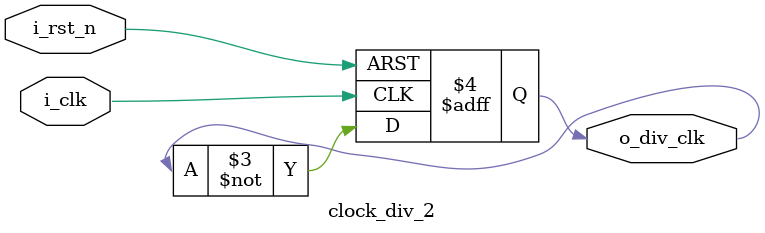
<source format=v>
module clock_div_2 (
    input           i_clk,
    input           i_rst_n,
    output reg      o_div_clk
);

always @ (posedge i_clk or negedge i_rst_n) begin
    if (~i_rst_n) begin
        o_div_clk <= 0;
    end else begin
        o_div_clk <= ~ o_div_clk;     
    end
end
endmodule 
</source>
